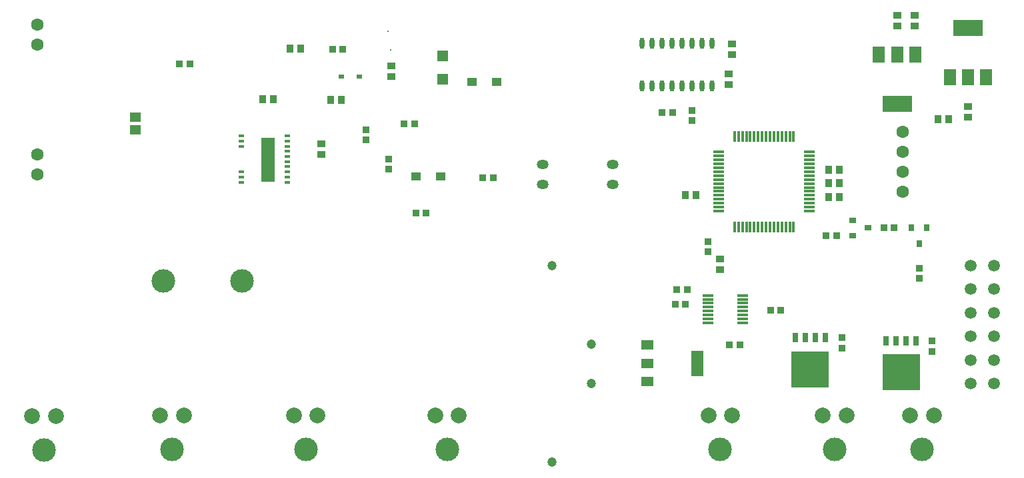
<source format=gbr>
%TF.GenerationSoftware,Altium Limited,Altium Designer,19.1.8 (144)*%
G04 Layer_Color=255*
%FSLAX26Y26*%
%MOIN*%
%TF.FileFunction,Pads,Bot*%
%TF.Part,Single*%
G01*
G75*
%TA.AperFunction,SMDPad,CuDef*%
%ADD11R,0.037402X0.033465*%
%ADD12R,0.033465X0.037402*%
%ADD15R,0.035433X0.039370*%
%TA.AperFunction,ComponentPad*%
%ADD23C,0.118110*%
%ADD24C,0.078740*%
%ADD25C,0.062992*%
%ADD26C,0.059055*%
%ADD27C,0.047244*%
%TA.AperFunction,SMDPad,CuDef*%
%ADD30R,0.070079X0.223622*%
%ADD31R,0.031496X0.017716*%
%ADD32R,0.039370X0.035433*%
%ADD33R,0.047244X0.043307*%
%ADD34R,0.185039X0.181102*%
%ADD35R,0.027559X0.045276*%
%ADD36R,0.029528X0.019685*%
%ADD37R,0.057087X0.053150*%
%ADD38R,0.007874X0.007874*%
%ADD39R,0.055118X0.051181*%
%ADD40R,0.059055X0.047244*%
%ADD41R,0.059055X0.129921*%
%ADD42O,0.059055X0.047244*%
%ADD43O,0.023622X0.057087*%
%ADD44R,0.035433X0.031496*%
%ADD45R,0.031496X0.035433*%
%ADD46R,0.059055X0.078740*%
%ADD47R,0.149606X0.078740*%
%ADD48R,0.053150X0.011811*%
%ADD49R,0.011811X0.053150*%
D11*
X3660000Y2746299D02*
D03*
Y2797480D02*
D03*
X1392812Y3692798D02*
D03*
Y3641617D02*
D03*
X1277846Y3787390D02*
D03*
Y3838571D02*
D03*
X4110000Y2730000D02*
D03*
Y2781181D02*
D03*
X4045118Y3096023D02*
D03*
Y3147205D02*
D03*
X2988464Y3279378D02*
D03*
Y3228197D02*
D03*
X2910037Y3936532D02*
D03*
Y3885351D02*
D03*
D12*
X3096772Y2761102D02*
D03*
X3147953D02*
D03*
X3302382Y2934818D02*
D03*
X3353564D02*
D03*
X3919843Y3347559D02*
D03*
X3868661D02*
D03*
X1470335Y3870199D02*
D03*
X1521516D02*
D03*
X347649Y4169827D02*
D03*
X398830D02*
D03*
X2824564Y2965000D02*
D03*
X2875745D02*
D03*
X2834409Y3040000D02*
D03*
X2885590D02*
D03*
X2760000Y3924843D02*
D03*
X2811181D02*
D03*
X3631145Y3310157D02*
D03*
X3579964D02*
D03*
X1529801Y3421155D02*
D03*
X1580982D02*
D03*
X1163280Y4243025D02*
D03*
X1112099D02*
D03*
X1914992Y3599218D02*
D03*
X1863810D02*
D03*
D15*
X2876729Y3511102D02*
D03*
X2929879D02*
D03*
X4138425Y3892165D02*
D03*
X4191575D02*
D03*
X1155409Y3990640D02*
D03*
X1102259D02*
D03*
X3593307Y3637599D02*
D03*
X3646457D02*
D03*
X3593307Y3570709D02*
D03*
X3646457D02*
D03*
X3593307Y3502599D02*
D03*
X3646457D02*
D03*
X817251Y3992608D02*
D03*
X764102D02*
D03*
X899170Y4245225D02*
D03*
X952320D02*
D03*
D23*
X-330147Y2236486D02*
D03*
X310000Y2240000D02*
D03*
X977889Y2239161D02*
D03*
X266364Y3082771D02*
D03*
X660065D02*
D03*
X3050945Y2240000D02*
D03*
X3622244D02*
D03*
X4059646D02*
D03*
X1685000D02*
D03*
D24*
X-389202Y2406565D02*
D03*
X-271092D02*
D03*
X250945Y2410079D02*
D03*
X369055D02*
D03*
X918834Y2409240D02*
D03*
X1036944D02*
D03*
X2991890Y2410079D02*
D03*
X3110000D02*
D03*
X3563189D02*
D03*
X3681299D02*
D03*
X4000591D02*
D03*
X4118701D02*
D03*
X1625945D02*
D03*
X1744055D02*
D03*
D25*
X3961732Y3530276D02*
D03*
Y3630276D02*
D03*
Y3730276D02*
D03*
Y3830276D02*
D03*
X-363268Y3715276D02*
D03*
Y3615276D02*
D03*
Y4365276D02*
D03*
Y4265276D02*
D03*
D26*
X4301811Y3159016D02*
D03*
Y3040905D02*
D03*
Y2922795D02*
D03*
Y2804685D02*
D03*
Y2686575D02*
D03*
Y2568465D02*
D03*
X4419921Y3159016D02*
D03*
Y3040905D02*
D03*
Y2922795D02*
D03*
Y2804685D02*
D03*
Y2686575D02*
D03*
Y2568465D02*
D03*
D27*
X2208150Y2176299D02*
D03*
X2405000Y2570000D02*
D03*
X2208150Y3160551D02*
D03*
X2405000Y2766850D02*
D03*
D30*
X788708Y3688482D02*
D03*
D31*
X654850Y3577262D02*
D03*
Y3602852D02*
D03*
Y3628443D02*
D03*
Y3756395D02*
D03*
Y3781986D02*
D03*
Y3807577D02*
D03*
X887133Y3577262D02*
D03*
Y3602852D02*
D03*
Y3628443D02*
D03*
Y3654033D02*
D03*
Y3679624D02*
D03*
Y3705214D02*
D03*
Y3730805D02*
D03*
Y3756395D02*
D03*
Y3781986D02*
D03*
Y3807577D02*
D03*
D32*
X3050945Y3192805D02*
D03*
Y3139655D02*
D03*
X3092030Y4118740D02*
D03*
Y4065591D02*
D03*
X3110731Y4217165D02*
D03*
Y4270315D02*
D03*
X4290000Y3903425D02*
D03*
Y3956575D02*
D03*
X4024410Y4413740D02*
D03*
Y4360591D02*
D03*
X3935000Y4413740D02*
D03*
Y4360591D02*
D03*
X1054525Y3767800D02*
D03*
Y3714650D02*
D03*
X1404932Y4104866D02*
D03*
Y4158016D02*
D03*
D33*
X1527833Y3604883D02*
D03*
X1651848D02*
D03*
X1808692Y4078292D02*
D03*
X1932708D02*
D03*
D34*
X3500000Y2640000D02*
D03*
X3955000Y2625000D02*
D03*
D35*
X3575000Y2797480D02*
D03*
X3525000D02*
D03*
X3475000D02*
D03*
X3425000D02*
D03*
X4030000Y2782480D02*
D03*
X3980000D02*
D03*
X3930000D02*
D03*
X3880000D02*
D03*
D36*
X1245960Y4104867D02*
D03*
X1155409D02*
D03*
D37*
X1663179Y4208213D02*
D03*
Y4092071D02*
D03*
D38*
X1402845Y4238817D02*
D03*
X1387845Y4333817D02*
D03*
D39*
X127739Y3838353D02*
D03*
Y3901345D02*
D03*
D40*
X2685000Y2580000D02*
D03*
Y2670551D02*
D03*
Y2761102D02*
D03*
D41*
X2936968Y2670551D02*
D03*
D42*
X2162645Y3567207D02*
D03*
Y3667207D02*
D03*
X2513039Y3567207D02*
D03*
Y3667207D02*
D03*
D43*
X3010000Y4057716D02*
D03*
X2960000D02*
D03*
X2910000D02*
D03*
X2860000D02*
D03*
X2810000D02*
D03*
X2760000D02*
D03*
X2710000D02*
D03*
X2660000D02*
D03*
X3010000Y4272283D02*
D03*
X2960000D02*
D03*
X2910000D02*
D03*
X2860000D02*
D03*
X2810000D02*
D03*
X2760000D02*
D03*
X2710000D02*
D03*
X2660000D02*
D03*
D44*
X3790315Y3347559D02*
D03*
X3711575Y3384961D02*
D03*
Y3310157D02*
D03*
D45*
X4045117Y3268819D02*
D03*
X4082518Y3347559D02*
D03*
X4007715D02*
D03*
D46*
X3844449Y4216181D02*
D03*
X3935000D02*
D03*
X4025551D02*
D03*
X4380551Y4101535D02*
D03*
X4290000D02*
D03*
X4199449D02*
D03*
D47*
X3935000Y3968150D02*
D03*
X4290000Y4349567D02*
D03*
D48*
X2988464Y2872283D02*
D03*
Y2891968D02*
D03*
Y2911653D02*
D03*
Y2931338D02*
D03*
Y2951024D02*
D03*
Y2970709D02*
D03*
Y2990394D02*
D03*
Y3010079D02*
D03*
X3163661Y2872283D02*
D03*
Y2891968D02*
D03*
Y2911653D02*
D03*
Y2931338D02*
D03*
Y2951024D02*
D03*
Y2970709D02*
D03*
Y2990394D02*
D03*
Y3010079D02*
D03*
X3043622Y3727638D02*
D03*
Y3707953D02*
D03*
Y3688268D02*
D03*
Y3668583D02*
D03*
Y3648898D02*
D03*
Y3629213D02*
D03*
Y3609528D02*
D03*
Y3589843D02*
D03*
Y3570157D02*
D03*
Y3550472D02*
D03*
Y3530787D02*
D03*
Y3511102D02*
D03*
Y3491417D02*
D03*
Y3471732D02*
D03*
Y3452047D02*
D03*
Y3432362D02*
D03*
X3496378D02*
D03*
Y3452047D02*
D03*
Y3471732D02*
D03*
Y3491417D02*
D03*
Y3511102D02*
D03*
Y3530787D02*
D03*
Y3550472D02*
D03*
Y3570157D02*
D03*
Y3589843D02*
D03*
Y3609528D02*
D03*
Y3629213D02*
D03*
Y3648898D02*
D03*
Y3668583D02*
D03*
Y3688268D02*
D03*
Y3707953D02*
D03*
Y3727638D02*
D03*
D49*
X3417638Y3806378D02*
D03*
X3397953D02*
D03*
X3378268D02*
D03*
X3358583D02*
D03*
X3338898D02*
D03*
X3319213D02*
D03*
X3299528D02*
D03*
X3279843D02*
D03*
X3260157D02*
D03*
X3240472D02*
D03*
X3220787D02*
D03*
X3201102D02*
D03*
X3181417D02*
D03*
X3161732D02*
D03*
X3142047D02*
D03*
X3122362D02*
D03*
Y3353622D02*
D03*
X3142047D02*
D03*
X3161732D02*
D03*
X3181417D02*
D03*
X3201102D02*
D03*
X3220787D02*
D03*
X3240472D02*
D03*
X3260157D02*
D03*
X3279843D02*
D03*
X3299528D02*
D03*
X3319213D02*
D03*
X3338898D02*
D03*
X3358583D02*
D03*
X3378268D02*
D03*
X3397953D02*
D03*
X3417638D02*
D03*
%TF.MD5,2698b151188d6d06df107735e072b463*%
M02*

</source>
